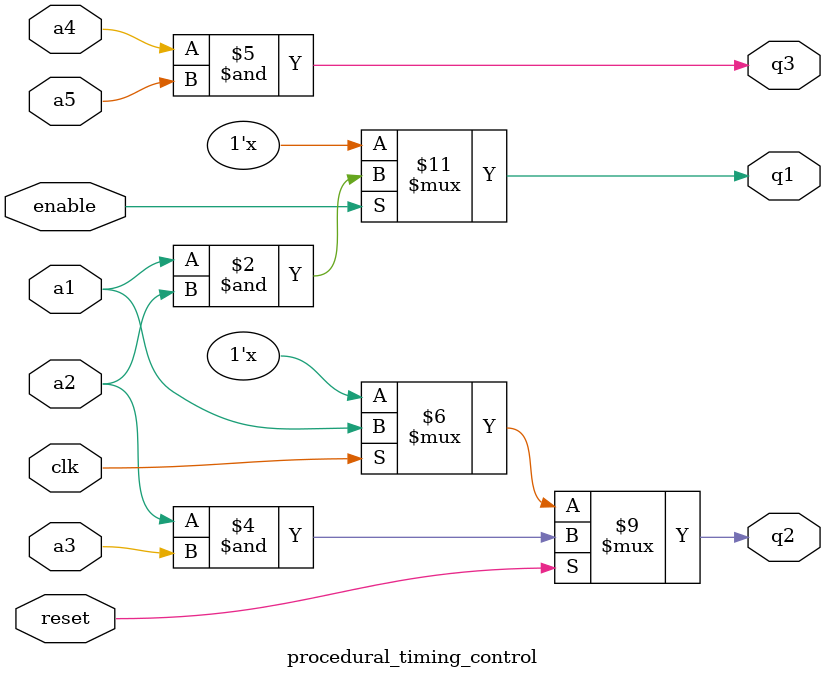
<source format=sv>
`timescale 1ns / 1ps

module procedural_timing_control(
    input wire a1,
    input wire a2,
    input wire a3,
    input wire a4,
    input wire a5,
    input wire clk,
    input wire enable,
    input wire reset,
    output reg q1,
    output reg q2,
    output wire q3
    );

always @(*)     //Event control which avoids incorrect sensitivity list
if (enable) begin
q1 <= a1 & a2;
end

always @(clk or reset or a2 or a3) begin     //Event control with sensitivity list
if (reset) begin
q2 <= a2 & a3;
end else if (clk) begin
q2 <= a1;
end
end

assign #10 q3 = a4 & a5;   //Delay control. This is not useful for synthesis, and Vivado synthesis ignores the time statement while still creating logic for the assignment

endmodule
</source>
